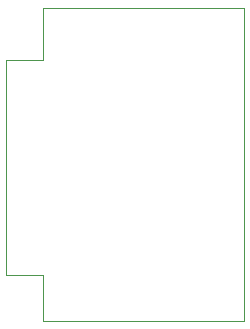
<source format=gbr>
%TF.GenerationSoftware,KiCad,Pcbnew,5.1.9*%
%TF.CreationDate,2021-01-20T23:16:29+01:00*%
%TF.ProjectId,wi-se-opi4,77692d73-652d-46f7-9069-342e6b696361,rev?*%
%TF.SameCoordinates,Original*%
%TF.FileFunction,Profile,NP*%
%FSLAX46Y46*%
G04 Gerber Fmt 4.6, Leading zero omitted, Abs format (unit mm)*
G04 Created by KiCad (PCBNEW 5.1.9) date 2021-01-20 23:16:29*
%MOMM*%
%LPD*%
G01*
G04 APERTURE LIST*
%TA.AperFunction,Profile*%
%ADD10C,0.050000*%
%TD*%
G04 APERTURE END LIST*
D10*
X91600000Y-70900000D02*
X91900000Y-70900000D01*
X91600000Y-89100000D02*
X91600000Y-70900000D01*
X91900000Y-89100000D02*
X91600000Y-89100000D01*
X91900000Y-70900000D02*
X94700000Y-70900000D01*
X91900000Y-89100000D02*
X94700000Y-89100000D01*
X94700000Y-70900000D02*
X94700000Y-66500000D01*
X94700000Y-89100000D02*
X94700000Y-93000000D01*
X94700000Y-93000000D02*
X95100000Y-93000000D01*
X95100000Y-66500000D02*
X94700000Y-66500000D01*
X111700000Y-93000000D02*
X111500000Y-93000000D01*
X111700000Y-66500000D02*
X111700000Y-93000000D01*
X111500000Y-66500000D02*
X111700000Y-66500000D01*
X95200000Y-93000000D02*
X95500000Y-93000000D01*
X95100000Y-66500000D02*
X95500000Y-66500000D01*
X95100000Y-93000000D02*
X95200000Y-93000000D01*
X111500000Y-93000000D02*
X95500000Y-93000000D01*
X95500000Y-66500000D02*
X111500000Y-66500000D01*
M02*

</source>
